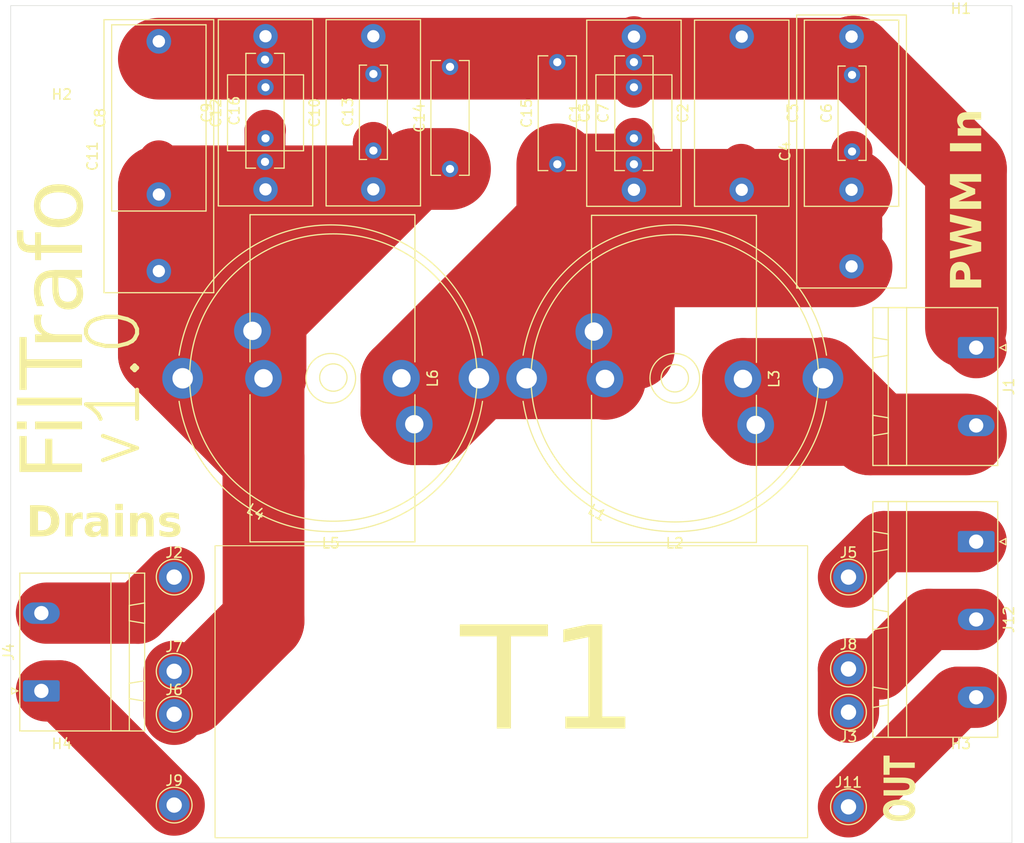
<source format=kicad_pcb>
(kicad_pcb
	(version 20240108)
	(generator "pcbnew")
	(generator_version "8.0")
	(general
		(thickness 1.6)
		(legacy_teardrops no)
	)
	(paper "A4")
	(layers
		(0 "F.Cu" signal)
		(31 "B.Cu" signal)
		(32 "B.Adhes" user "B.Adhesive")
		(33 "F.Adhes" user "F.Adhesive")
		(34 "B.Paste" user)
		(35 "F.Paste" user)
		(36 "B.SilkS" user "B.Silkscreen")
		(37 "F.SilkS" user "F.Silkscreen")
		(38 "B.Mask" user)
		(39 "F.Mask" user)
		(40 "Dwgs.User" user "User.Drawings")
		(41 "Cmts.User" user "User.Comments")
		(42 "Eco1.User" user "User.Eco1")
		(43 "Eco2.User" user "User.Eco2")
		(44 "Edge.Cuts" user)
		(45 "Margin" user)
		(46 "B.CrtYd" user "B.Courtyard")
		(47 "F.CrtYd" user "F.Courtyard")
		(48 "B.Fab" user)
		(49 "F.Fab" user)
		(50 "User.1" user)
		(51 "User.2" user)
		(52 "User.3" user)
		(53 "User.4" user)
		(54 "User.5" user)
		(55 "User.6" user)
		(56 "User.7" user)
		(57 "User.8" user)
		(58 "User.9" user)
	)
	(setup
		(pad_to_mask_clearance 0)
		(allow_soldermask_bridges_in_footprints no)
		(pcbplotparams
			(layerselection 0x0001000_7fffffff)
			(plot_on_all_layers_selection 0x0000000_00000000)
			(disableapertmacros no)
			(usegerberextensions no)
			(usegerberattributes yes)
			(usegerberadvancedattributes yes)
			(creategerberjobfile yes)
			(dashed_line_dash_ratio 12.000000)
			(dashed_line_gap_ratio 3.000000)
			(svgprecision 4)
			(plotframeref no)
			(viasonmask no)
			(mode 1)
			(useauxorigin no)
			(hpglpennumber 1)
			(hpglpenspeed 20)
			(hpglpendiameter 15.000000)
			(pdf_front_fp_property_popups yes)
			(pdf_back_fp_property_popups yes)
			(dxfpolygonmode yes)
			(dxfimperialunits yes)
			(dxfusepcbnewfont yes)
			(psnegative no)
			(psa4output no)
			(plotreference yes)
			(plotvalue yes)
			(plotfptext yes)
			(plotinvisibletext no)
			(sketchpadsonfab no)
			(subtractmaskfromsilk no)
			(outputformat 1)
			(mirror no)
			(drillshape 0)
			(scaleselection 1)
			(outputdirectory "fab")
		)
	)
	(net 0 "")
	(net 1 "GND")
	(net 2 "Net-(C1-Pad1)")
	(net 3 "Net-(J6-Pin_1)")
	(net 4 "Net-(J2-Pin_1)")
	(net 5 "Net-(J4-Pin_1)")
	(net 6 "Net-(J12-Pin_1)")
	(net 7 "Net-(J12-Pin_2)")
	(net 8 "Net-(J11-Pin_1)")
	(net 9 "Net-(J1-Pin_2)")
	(footprint "Inductor_THT:L_Radial_D27.9mm_P18.29mm_Vishay_IHB-3" (layer "F.Cu") (at 104.5 96.5 150))
	(footprint "TestPoint:TestPoint_THTPad_D3.0mm_Drill1.5mm" (layer "F.Cu") (at 81 111.47))
	(footprint "Inductor_THT:L_Toroid_Vertical_L31.8mm_W15.9mm_P13.50mm_Bourns_5700" (layer "F.Cu") (at 136.67 92.06 -90))
	(footprint "TestPoint:TestPoint_THTPad_D3.0mm_Drill1.5mm" (layer "F.Cu") (at 147 124.7 180))
	(footprint "Capacitor_THT:C_Rect_L11.0mm_W3.5mm_P10.00mm_MKT" (layer "F.Cu") (at 108 71.5 90))
	(footprint "MountingHole:MountingHole_3.2mm_M3" (layer "F.Cu") (at 158 132))
	(footprint "Inductor_THT:L_Radial_D29.8mm_P29.00mm_Murata_1400series" (layer "F.Cu") (at 110.83 92 180))
	(footprint "Capacitor_THT:C_Rect_L26.5mm_W10.5mm_P22.50mm_MKS4" (layer "F.Cu") (at 79.5 81.5 90))
	(footprint "Capacitor_THT:C_Rect_L18.0mm_W9.0mm_P15.00mm_FKS3_FKP3" (layer "F.Cu") (at 100.49 73.5 90))
	(footprint "Capacitor_THT:C_Rect_L11.0mm_W3.5mm_P10.00mm_MKT" (layer "F.Cu") (at 126 71.04 90))
	(footprint "Inductor_THT:L_Toroid_Vertical_L31.8mm_W15.9mm_P13.50mm_Bourns_5700" (layer "F.Cu") (at 103.245 92 -90))
	(footprint "TestPoint:TestPoint_THTPad_D3.0mm_Drill1.5mm" (layer "F.Cu") (at 81 124.91))
	(footprint "TestPoint:TestPoint_THTPad_D3.0mm_Drill1.5mm" (layer "F.Cu") (at 147 133.97))
	(footprint "Connector_Phoenix_GMSTB:PhoenixContact_GMSTBA_2,5_3-G-7,62_1x03_P7.62mm_Horizontal" (layer "F.Cu") (at 159.5 108 -90))
	(footprint "Capacitor_THT:C_Rect_L11.0mm_W3.5mm_P10.00mm_MKT" (layer "F.Cu") (at 118.5 71.04 90))
	(footprint "Capacitor_THT:C_Rect_L7.2mm_W7.2mm_P5.00mm_FKS2_FKP2_MKS2_MKP2" (layer "F.Cu") (at 89.94 68.5 90))
	(footprint "Capacitor_THT:C_Rect_L18.0mm_W9.0mm_P15.00mm_FKS3_FKP3" (layer "F.Cu") (at 126 73.54 90))
	(footprint "MountingHole:MountingHole_3.2mm_M3" (layer "F.Cu") (at 70 132))
	(footprint "Connector_Phoenix_GMSTB:PhoenixContact_GMSTBA_2,5_2-G-7,62_1x02_P7.62mm_Horizontal" (layer "F.Cu") (at 68 122.62 90))
	(footprint "Capacitor_THT:C_Rect_L7.2mm_W7.2mm_P5.00mm_FKS2_FKP2_MKS2_MKP2" (layer "F.Cu") (at 126 68.5 90))
	(footprint "TestPoint:TestPoint_THTPad_D3.0mm_Drill1.5mm" (layer "F.Cu") (at 147 120.47))
	(footprint "Connector_Phoenix_GMSTB:PhoenixContact_GMSTBA_2,5_2-G-7,62_1x02_P7.62mm_Horizontal" (layer "F.Cu") (at 159.5 89 -90))
	(footprint "Inductor_THT:L_Radial_D29.8mm_P29.00mm_Murata_1400series" (layer "F.Cu") (at 144.5 92 180))
	(footprint "TestPoint:TestPoint_THTPad_D3.0mm_Drill1.5mm" (layer "F.Cu") (at 81 120.7))
	(footprint "MountingHole:MountingHole_3.2mm_M3" (layer "F.Cu") (at 70 60 180))
	(footprint "TestPoint:TestPoint_THTPad_D3.0mm_Drill1.5mm" (layer "F.Cu") (at 147 111.47))
	(footprint "Inductor_THT:L_Radial_D27.9mm_P18.29mm_Vishay_IHB-3" (layer "F.Cu") (at 137.919802 96.5725 150))
	(footprint "Capacitor_THT:C_Rect_L9.0mm_W2.5mm_P7.50mm_MKT" (layer "F.Cu") (at 100.5 69.7 90))
	(footprint "Capacitor_THT:C_Rect_L18.0mm_W9.0mm_P15.00mm_FKS3_FKP3" (layer "F.Cu") (at 79.5 74 90))
	(footprint "Capacitor_THT:C_Rect_L26.5mm_W10.5mm_P22.50mm_MKS4" (layer "F.Cu") (at 147.3 81.04 90))
	(footprint "Capacitor_THT:C_Rect_L18.0mm_W9.0mm_P15.00mm_FKS3_FKP3" (layer "F.Cu") (at 147.3 73.54 90))
	(footprint "TestPoint:TestPoint_THTPad_D3.0mm_Drill1.5mm" (layer "F.Cu") (at 81 133.8))
	(footprint "MountingHole:MountingHole_3.2mm_M3" (layer "F.Cu") (at 158 60))
	(footprint "Capacitor_THT:C_Rect_L18.0mm_W9.0mm_P15.00mm_FKS3_FKP3" (layer "F.Cu") (at 89.94 73.5 90))
	(footprint "Capacitor_THT:C_Rect_L9.0mm_W2.5mm_P7.50mm_MKT" (layer "F.Cu") (at 147.35 69.79 90))
	(footprint "Capacitor_THT:C_Rect_L18.0mm_W9.0mm_P15.00mm_FKS3_FKP3" (layer "F.Cu") (at 136.55 73.54 90))
	(footprint "Capacitor_THT:C_Rect_L11.0mm_W3.5mm_P10.00mm_MKT" (layer "F.Cu") (at 89.89 70.8 90))
	(gr_rect
		(start 143 137)
		(end 85 108.4)
		(stroke
			(width 0.1)
			(type default)
		)
		(fill none)
		(layer "F.SilkS")
		(uuid "64fcec1c-527f-4b56-8412-2f8bd02775af")
	)
	(gr_rect
		(start 65 55.5)
		(end 163 137.5)
		(stroke
			(width 0.05)
			(type default)
		)
		(fill none)
		(layer "Edge.Cuts")
		(uuid "3af4f300-aa05-4ceb-9d0c-355ee90bb36b")
	)
	(gr_text "Drains"
		(at 66.5 108 0)
		(layer "F.SilkS")
		(uuid "177e7a77-c6a1-45c7-80c2-69113bf2d1d6")
		(effects
			(font
				(face "Antaris_ST_CF")
				(size 3 3)
				(thickness 0.5)
				(bold yes)
			)
			(justify left bottom)
		)
		(render_cache "Drains" 0
			(polygon
				(pts
					(xy 69.597976 106.083893) (xy 69.595742 105.912415) (xy 69.585686 105.735168) (xy 69.562777 105.558188)
					(xy 69.521984 105.387515) (xy 69.458275 105.229185) (xy 69.366619 105.089236) (xy 69.321004 105.039755)
					(xy 69.186876 104.938776) (xy 69.052117 104.880317) (xy 68.906397 104.843357) (xy 68.756645 104.823693)
					(xy 68.609787 104.817123) (xy 68.586078 104.817006) (xy 67.58517 104.817006) (xy 67.461626 104.899232)
					(xy 67.451081 104.951828) (xy 67.451081 105.124752) (xy 67.532998 105.249018) (xy 67.58517 105.259574)
					(xy 68.408025 105.259574) (xy 68.569418 105.26876) (xy 68.725445 105.304725) (xy 68.857858 105.380082)
					(xy 68.879902 105.40099) (xy 68.967973 105.522635) (xy 69.020794 105.668374) (xy 69.047292 105.82822)
					(xy 69.056395 105.992189) (xy 69.057222 106.083893) (xy 69.054051 106.245644) (xy 69.038587 106.408861)
					(xy 69.001901 106.56365) (xy 68.935065 106.700117) (xy 68.879902 106.766064) (xy 68.754401 106.851137)
					(xy 68.601637 106.89384) (xy 68.439857 106.907188) (xy 68.408025 106.90748) (xy 67.58517 106.90748)
					(xy 67.461626 106.989706) (xy 67.451081 107.042302) (xy 67.451081 107.215226) (xy 67.532998 107.338874)
					(xy 67.58517 107.349316) (xy 68.586078 107.349316) (xy 68.756645 107.342718) (xy 68.906397 107.323229)
					(xy 69.052117 107.286472) (xy 69.186876 107.228188) (xy 69.321004 107.127299) (xy 69.425248 106.996395)
					(xy 69.499532 106.844713) (xy 69.548888 106.678305) (xy 69.578347 106.503227) (xy 69.59294 106.325533)
					(xy 69.597699 106.151277)
				)
			)
			(polygon
				(pts
					(xy 66.70956 104.951828) (xy 66.70956 107.215226) (xy 66.793331 107.338359) (xy 66.844382 107.349316)
					(xy 67.116224 107.349316) (xy 67.239975 107.266162) (xy 67.251046 107.215226) (xy 67.251046 104.951828)
					(xy 67.167275 104.828077) (xy 67.116224 104.817006) (xy 66.844382 104.817006) (xy 66.720631 104.900777)
				)
			)
			(polygon
				(pts
					(xy 71.110327 105.333579) (xy 70.962312 105.337121) (xy 70.829692 105.347501) (xy 70.71544 105.44433)
					(xy 70.710258 105.481591) (xy 70.710258 105.671367) (xy 70.761549 105.77688) (xy 70.87732 105.801793)
					(xy 71.022885 105.778738) (xy 71.110327 105.775415) (xy 71.271581 105.78749) (xy 71.426796 105.829081)
					(xy 71.559203 105.90824) (xy 71.581472 105.929288) (xy 71.596127 105.944675) (xy 71.739801 105.980977)
					(xy 71.779309 105.95933) (xy 71.898682 105.864251) (xy 71.991067 105.790802) (xy 72.041625 105.690418)
					(xy 71.999127 105.587103) (xy 71.859233 105.486161) (xy 71.698521 105.415117) (xy 71.554191 105.375344)
					(xy 71.405109 105.350319) (xy 71.255684 105.337309)
				)
			)
			(polygon
				(pts
					(xy 70.103558 107.349316) (xy 70.375401 107.349316) (xy 70.499152 107.266162) (xy 70.510223 107.215226)
					(xy 70.510223 105.467669) (xy 70.426451 105.344536) (xy 70.375401 105.333579) (xy 70.103558 105.333579)
					(xy 69.979807 105.416733) (xy 69.968736 105.467669) (xy 69.968736 107.215226) (xy 70.052508 107.338359)
				)
			)
			(polygon
				(pts
					(xy 73.47411 107.349316) (xy 73.632845 107.347539) (xy 73.784052 107.340399) (xy 73.872714 107.332463)
					(xy 73.986966 107.235634) (xy 73.992149 107.198374) (xy 73.992149 107.008597) (xy 73.940858 106.903084)
					(xy 73.826552 106.878171) (xy 73.673193 106.901047) (xy 73.517624 106.907303) (xy 73.47411 106.90748)
					(xy 73.325956 106.901357) (xy 73.178532 106.882393) (xy 73.046196 106.853258) (xy 72.9547 106.737408)
					(xy 72.954605 106.731625) (xy 73.010454 106.59338) (xy 73.092358 106.549176) (xy 73.245473 106.519402)
					(xy 73.401603 106.507109) (xy 73.47411 106.505945) (xy 73.857327 106.505945) (xy 73.981593 106.423719)
					(xy 73.992149 106.371123) (xy 73.992149 106.297117) (xy 73.909923 106.172851) (xy 73.857327 106.162295)
					(xy 73.47411 106.162295) (xy 73.308335 106.167333) (xy 73.142132 106.183245) (xy 72.977389 106.211227)
					(xy 72.815992 106.252475) (xy 72.725994 106.282463) (xy 72.596427 106.353057) (xy 72.487939 106.470731)
					(xy 72.425604 106.619682) (xy 72.413119 106.731625) (xy 72.432498 106.880717) (xy 72.498927 107.031359)
					(xy 72.607387 107.153562) (xy 72.732502 107.231112) (xy 72.772889 107.247466) (xy 72.921878 107.292532)
					(xy 73.075108 107.322669) (xy 73.230508 107.340406) (xy 73.386006 107.348275)
				)
			)
			(polygon
				(pts
					(xy 74.732937 106.333754) (xy 74.726333 106.16525) (xy 74.706802 106.017916) (xy 74.669941 105.874755)
					(xy 74.599311 105.721668) (xy 74.510188 105.609818) (xy 74.380118 105.505623) (xy 74.229508 105.431461)
					(xy 74.064327 105.382267) (xy 73.890546 105.352977) (xy 73.714135 105.338525) (xy 73.541065 105.333848)
					(xy 73.47411 105.333579) (xy 73.321576 105.339705) (xy 73.168837 105.358401) (xy 73.018158 105.390148)
					(xy 72.871807 105.435429) (xy 72.72899 105.512918) (xy 72.61679 105.626525) (xy 72.541781 105.769004)
					(xy 72.531821 105.800327) (xy 72.555268 105.916831) (xy 72.662247 105.968122) (xy 72.943614 105.968122)
					(xy 73.065247 105.892651) (xy 73.145115 105.827438) (xy 73.288227 105.794715) (xy 73.443012 105.776035)
					(xy 73.47411 105.775415) (xy 73.63602 105.779124) (xy 73.797793 105.797946) (xy 73.946651 105.843421)
					(xy 74.069818 105.92709) (xy 74.153293 106.058916) (xy 74.185962 106.207201) (xy 74.192184 106.333754)
					(xy 74.192184 107.215226) (xy 74.27441 107.338874) (xy 74.327006 107.349316) (xy 74.598848 107.349316)
					(xy 74.722496 107.267708) (xy 74.732937 107.215226)
				)
			)
			(polygon
				(pts
					(xy 75.23852 107.349316) (xy 75.510362 107.349316) (xy 75.634113 107.266162) (xy 75.645184 107.215226)
					(xy 75.645184 105.467669) (xy 75.561413 105.344536) (xy 75.510362 105.333579) (xy 75.23852 105.333579)
					(xy 75.114769 105.416733) (xy 75.103698 105.467669) (xy 75.103698 107.215226) (xy 75.18747 107.338359)
				)
			)
			(polygon
				(pts
					(xy 75.23852 105.071995) (xy 75.510362 105.071995) (xy 75.634113 104.988224) (xy 75.645184 104.937173)
					(xy 75.645184 104.764249) (xy 75.561413 104.641117) (xy 75.510362 104.63016) (xy 75.23852 104.63016)
					(xy 75.114769 104.713313) (xy 75.103698 104.764249) (xy 75.103698 104.937173) (xy 75.18747 105.060924)
				)
			)
			(polygon
				(pts
					(xy 78.337962 106.342547) (xy 78.332884 106.17334) (xy 78.316323 106.024064) (xy 78.282924 105.878459)
					(xy 78.215642 105.722814) (xy 78.127669 105.609818) (xy 78.008199 105.512225) (xy 77.870348 105.440227)
					(xy 77.719349 105.390119) (xy 77.560434 105.358193) (xy 77.398835 105.340744) (xy 77.239786 105.334065)
					(xy 77.178053 105.333579) (xy 77.031232 105.336327) (xy 76.880565 105.346769) (xy 76.764857 105.44387)
					(xy 76.759665 105.480858) (xy 76.759665 105.669169) (xy 76.810223 105.774682) (xy 76.923796 105.800327)
					(xy 77.075457 105.779024) (xy 77.178053 105.775415) (xy 77.33456 105.783853) (xy 77.487916 105.815103)
					(xy 77.623841 105.878064) (xy 77.686566 105.93002) (xy 77.76601 106.064024) (xy 77.793122 106.214989)
					(xy 77.797208 106.342547) (xy 77.797208 107.215226) (xy 77.879434 107.338874) (xy 77.93203 107.349316)
					(xy 78.203872 107.349316) (xy 78.32752 107.267708) (xy 78.337962 107.215226)
				)
			)
			(polygon
				(pts
					(xy 76.152965 107.349316) (xy 76.424808 107.349316) (xy 76.548559 107.266162) (xy 76.55963 107.215226)
					(xy 76.55963 105.467669) (xy 76.475858 105.344536) (xy 76.424808 105.333579) (xy 76.152965 105.333579)
					(xy 76.029214 105.416733) (xy 76.018143 105.467669) (xy 76.018143 107.215226) (xy 76.101915 107.338359)
				)
			)
			(polygon
				(pts
					(xy 78.858932 106.708911) (xy 78.751221 106.763866) (xy 78.729239 106.8833) (xy 78.787041 107.019364)
					(xy 78.888551 107.143508) (xy 79.022824 107.232836) (xy 79.068492 107.251863) (xy 79.22167 107.297384)
					(xy 79.379303 107.327158) (xy 79.539239 107.344217) (xy 79.628297 107.349316) (xy 79.727215 107.312679)
					(xy 79.768981 107.215226) (xy 79.768981 107.039371) (xy 79.686873 106.915807) (xy 79.642951 106.905282)
					(xy 79.490727 106.888521) (xy 79.3418 106.856922) (xy 79.261933 106.788046) (xy 79.1403 106.708911)
				)
			)
			(polygon
				(pts
					(xy 79.068492 106.450258) (xy 79.213893 106.49394) (xy 79.363071 106.523055) (xy 79.514547 106.540501)
					(xy 79.666845 106.549176) (xy 79.818486 106.551977) (xy 79.868632 106.552107) (xy 80.018826 106.554846)
					(xy 80.168096 106.56567) (xy 80.315172 106.588491) (xy 80.395464 106.607794) (xy 80.487691 106.726438)
					(xy 80.487787 106.732358) (xy 80.40095 106.855327) (xy 80.395464 106.856922) (xy 80.246536 106.888521)
					(xy 80.094312 106.905282) (xy 79.976408 106.995036) (xy 79.969016 107.039371) (xy 79.969016 107.215226)
					(xy 80.010781 107.312679) (xy 80.108967 107.349316) (xy 80.269698 107.33801) (xy 80.428973 107.315675)
					(xy 80.584641 107.279276) (xy 80.668771 107.251863) (xy 80.801226 107.183125) (xy 80.919347 107.068895)
					(xy 80.996792 106.923659) (xy 81.026924 106.776921) (xy 81.028541 106.732358) (xy 81.009161 106.581056)
					(xy 80.942733 106.429219) (xy 80.834273 106.306715) (xy 80.709157 106.229201) (xy 80.668771 106.212854)
					(xy 80.523643 106.168831) (xy 80.374515 106.139502) (xy 80.222953 106.121939) (xy 80.070521 106.113214)
					(xy 79.918785 106.110401) (xy 79.868632 106.110272) (xy 79.718882 106.107723) (xy 79.569708 106.097535)
					(xy 79.422382 106.075892) (xy 79.3418 106.057515) (xy 79.250209 105.941011) (xy 79.3418 105.823775)
					(xy 79.490727 105.793275) (xy 79.642951 105.777613) (xy 79.761498 105.687859) (xy 79.768981 105.643524)
					(xy 79.768981 105.467669) (xy 79.727215 105.370216) (xy 79.628297 105.333579) (xy 79.46801 105.344885)
					(xy 79.308831 105.36722) (xy 79.152913 105.403619) (xy 79.068492 105.431032) (xy 78.936037 105.49967)
					(xy 78.817917 105.613019) (xy 78.740472 105.755699) (xy 78.709129 105.919468) (xy 78.708722 105.941011)
					(xy 78.728102 106.086653) (xy 78.79453 106.235139) (xy 78.90299 106.3565) (xy 79.028106 106.433905)
				)
			)
			(polygon
				(pts
					(xy 80.879064 105.964459) (xy 80.986043 105.912435) (xy 81.008757 105.795931) (xy 80.942448 105.648546)
					(xy 80.837203 105.528585) (xy 80.699597 105.443293) (xy 80.668771 105.431032) (xy 80.516038 105.385511)
					(xy 80.358502 105.355737) (xy 80.198314 105.338679) (xy 80.108967 105.333579) (xy 80.010781 105.370216)
					(xy 79.969016 105.467669) (xy 79.969016 105.643524) (xy 80.05048 105.767088) (xy 80.094312 105.777613)
					(xy 80.246536 105.793275) (xy 80.395464 105.823775) (xy 80.475331 105.888988) (xy 80.597697 105.964459)
				)
			)
		)
	)
	(gr_text "OUT"
		(at 154 135.5 90)
		(layer "F.SilkS")
		(uuid "63d17dba-6709-4e7a-bd35-ef9c7c618c8e")
		(effects
			(font
				(face "Antaris_ST_CF")
				(size 3 2)
				(thickness 0.5)
				(bold yes)
			)
			(justify left bottom)
		)
		(render_cache "OUT" 90
			(polygon
				(pts
					(xy 150.817739 134.155687) (xy 150.855108 134.220655) (xy 150.951828 134.248499) (xy 151.12695 134.248499)
					(xy 151.251533 134.193528) (xy 151.261772 134.163991) (xy 151.276462 134.06122) (xy 151.305543 133.962245)
					(xy 151.362717 133.858107) (xy 151.452468 133.768371) (xy 151.480858 133.748778) (xy 151.606189 133.688885)
					(xy 151.756455 133.652852) (xy 151.919499 133.635228) (xy 152.083161 133.630565) (xy 152.247235 133.635228)
					(xy 152.410416 133.652852) (xy 152.560545 133.688885) (xy 152.685464 133.748778) (xy 152.784931 133.834126)
					(xy 152.849778 133.935136) (xy 152.88395 134.032407) (xy 152.902266 134.134438) (xy 152.905282 134.163991)
					(xy 152.995303 134.243506) (xy 153.040104 134.248499) (xy 153.215226 134.248499) (xy 153.311946 134.220655)
					(xy 153.349316 134.155687) (xy 153.338953 134.035388) (xy 153.317895 133.914951) (xy 153.282634 133.797171)
					(xy 153.229668 133.684842) (xy 153.155489 133.58076) (xy 153.056594 133.48772) (xy 153.00933 133.454221)
					(xy 152.892947 133.391278) (xy 152.758716 133.343975) (xy 152.611653 133.310275) (xy 152.456771 133.288146)
					(xy 152.299085 133.275551) (xy 152.143609 133.270456) (xy 152.083161 133.270062) (xy 151.930266 133.272727)
					(xy 151.773064 133.282078) (xy 151.616587 133.300149) (xy 151.465866 133.328976) (xy 151.325931 133.370594)
					(xy 151.201815 133.427037) (xy 151.157725 133.454221) (xy 151.047961 133.542062) (xy 150.964316 133.642063)
					(xy 150.903285 133.751429) (xy 150.861363 133.867364) (xy 150.835044 133.987074) (xy 150.820824 134.107763)
				)
			)
			(polygon
				(pts
					(xy 152.083161 135.360293) (xy 152.236348 135.357626) (xy 152.393752 135.348262) (xy 152.550357 135.330155)
					(xy 152.70115 135.301259) (xy 152.841115 135.259528) (xy 152.965239 135.202915) (xy 153.00933 135.175645)
					(xy 153.119093 135.087999) (xy 153.202738 134.988133) (xy 153.263769 134.878853) (xy 153.305691 134.762965)
					(xy 153.33201 134.643276) (xy 153.34623 134.522592) (xy 153.349316 134.474668) (xy 153.311946 134.409211)
					(xy 153.215226 134.381856) (xy 153.040104 134.381856) (xy 152.915522 134.436827) (xy 152.905282 134.466364)
					(xy 152.890577 134.56908) (xy 152.861388 134.667952) (xy 152.803861 134.772032) (xy 152.713378 134.861903)
					(xy 152.684731 134.881577) (xy 152.560236 134.941393) (xy 152.410324 134.977259) (xy 152.247223 134.994714)
					(xy 152.083161 134.999302) (xy 151.91951 134.994714) (xy 151.756547 134.977259) (xy 151.606498 134.941393)
					(xy 151.481591 134.881577) (xy 151.382123 134.796023) (xy 151.317276 134.695036) (xy 151.283104 134.597865)
					(xy 151.264788 134.495912) (xy 151.261772 134.466364) (xy 151.171751 134.386849) (xy 151.12695 134.381856)
					(xy 150.951828 134.381856) (xy 150.855108 134.409211) (xy 150.817739 134.474668) (xy 150.828101 134.594965)
					(xy 150.849159 134.715389) (xy 150.88442 134.833134) (xy 150.937386 134.945394) (xy 151.011565 135.049362)
					(xy 151.110461 135.142233) (xy 151.157725 135.175645) (xy 151.274105 135.238783) (xy 151.408316 135.286222)
					(xy 151.555326 135.320006) (xy 151.710105 135.342183) (xy 151.86762 135.354799) (xy 152.022842 135.359899)
				)
			)
			(polygon
				(pts
					(xy 152.187208 131.097766) (xy 150.953293 131.097766) (xy 150.827688 131.152584) (xy 150.817006 131.187648)
					(xy 150.817006 131.368876) (xy 150.900159 131.451377) (xy 150.953293 131.458269) (xy 152.187208 131.458269)
					(xy 152.349053 131.463583) (xy 152.508007 131.48409) (xy 152.649008 131.526636) (xy 152.71404 131.562316)
					(xy 152.806542 131.643762) (xy 152.864485 131.74093) (xy 152.896085 131.848211) (xy 152.905282 131.910118)
					(xy 152.995036 131.988721) (xy 153.039371 131.993649) (xy 153.215226 131.993649) (xy 153.311946 131.966294)
					(xy 153.349316 131.900837) (xy 153.339193 131.791957) (xy 153.319165 131.683126) (xy 153.286197 131.576826)
					(xy 153.237253 131.47554) (xy 153.169297 131.381749) (xy 153.079295 131.297935) (xy 153.036441 131.267759)
					(xy 152.906058 131.19983) (xy 152.753506 131.152149) (xy 152.586753 131.121468) (xy 152.41377 131.104544)
					(xy 152.242526 131.09813)
				)
			)
			(polygon
				(pts
					(xy 153.349316 132.220307) (xy 153.311946 132.154849) (xy 153.215226 132.127494) (xy 153.039371 132.127494)
					(xy 152.915807 132.181804) (xy 152.905282 132.211025) (xy 152.887971 132.30947) (xy 152.848503 132.414004)
					(xy 152.779953 132.506554) (xy 152.71404 132.558827) (xy 152.589521 132.616482) (xy 152.438682 132.648192)
					(xy 152.276583 132.660934) (xy 152.187208 132.662386) (xy 150.953293 132.662386) (xy 150.827688 132.717203)
					(xy 150.817006 132.752267) (xy 150.817006 132.933496) (xy 150.900159 133.01634) (xy 150.953293 133.023377)
					(xy 152.187208 133.023377) (xy 152.356102 133.019745) (xy 152.529391 133.006685) (xy 152.699106 132.98095)
					(xy 152.857277 132.939296) (xy 152.995935 132.878477) (xy 153.036441 132.853384) (xy 153.136112 132.774257)
					(xy 153.212522 132.684159) (xy 153.268706 132.585573) (xy 153.3077 132.48098) (xy 153.33254 132.372864)
					(xy 153.346261 132.263706)
				)
			)
			(polygon
				(pts
					(xy 153.214494 130.150593) (xy 153.338245 130.094745) (xy 153.349316 130.060711) (xy 153.349316 129.879483)
					(xy 153.265544 129.796982) (xy 153.214494 129.789602) (xy 151.597362 129.789602) (xy 151.472889 129.845449)
					(xy 151.461807 129.879483) (xy 151.461807 130.060711) (xy 151.545887 130.143212) (xy 151.597362 130.150593)
				)
			)
			(polygon
				(pts
					(xy 151.124752 130.850593) (xy 151.248503 130.794745) (xy 151.259574 130.760711) (xy 151.259574 129.179483)
					(xy 151.175802 129.096982) (xy 151.124752 129.089602) (xy 150.951828 129.089602) (xy 150.828077 129.145449)
					(xy 150.817006 129.179483) (xy 150.817006 130.760711) (xy 150.900777 130.843212) (xy 150.951828 130.850593)
				)
			)
		)
	)
	(gr_text "v1.0"
		(at 78 101 90)
		(layer "F.SilkS")
		(uuid "77dc9f7a-4b8d-4507-b9a0-e5df8ffbb429")
		(effects
			(font
				(size 5 5)
				(thickness 0.4)
			)
			(justify left bottom)
		)
	)
	(gr_text "PWM In"
		(at 160.5 83.5 90)
		(layer "F.SilkS")
		(uuid "9358c35b-ba3f-4390-a6c5-48413722dca0")
		(effects
			(font
				(face "Antaris_ST_CF")
				(size 3 3)
				(thickness 0.5)
				(bold yes)
			)
			(justify left bottom)
		)
		(render_cache "PWM In" 90
			(polygon
				(pts
					(xy 157.317006 81.7224) (xy 157.317006 82.414829) (xy 157.399232 82.538373) (xy 157.451828 82.548918)
					(xy 157.624752 82.548918) (xy 157.749018 82.467001) (xy 157.759574 82.414829) (xy 157.759574 81.7224)
					(xy 157.764583 81.571398) (xy 157.791058 81.424743) (xy 157.865472 81.290542) (xy 157.875345 81.280565)
					(xy 158.005629 81.209768) (xy 158.153483 81.190864) (xy 158.185289 81.190439) (xy 158.333642 81.20272)
					(xy 158.472593 81.260904) (xy 158.494501 81.280565) (xy 158.574298 81.41103) (xy 158.603865 81.556232)
					(xy 158.610247 81.707632) (xy 158.610272 81.7224) (xy 158.610272 82.414829) (xy 158.692498 82.538373)
					(xy 158.745094 82.548918) (xy 158.918018 82.548918) (xy 159.041666 82.467001) (xy 159.052107 82.414829)
					(xy 159.052107 81.7224) (xy 159.049233 81.548303) (xy 159.038944 81.398306) (xy 159.016844 81.249332)
					(xy 158.978591 81.10653) (xy 158.905249 80.950563) (xy 158.816168 80.839462) (xy 158.682972 80.743234)
					(xy 158.544632 80.690603) (xy 158.396076 80.661408) (xy 158.246967 80.649898) (xy 158.185289 80.648953)
					(xy 158.038519 80.654645) (xy 157.888323 80.675556) (xy 157.744321 80.717439) (xy 157.599668 80.798364)
					(xy 157.553677 80.839462) (xy 157.449937 80.975048) (xy 157.381871 81.13435) (xy 157.347027 81.278798)
					(xy 157.327475 81.428388) (xy 157.318905 81.577972)
				)
			)
			(polygon
				(pts
					(xy 157.317006 82.883775) (xy 157.317006 83.155617) (xy 157.400777 83.279368) (xy 157.451828 83.290439)
					(xy 159.713761 83.290439) (xy 159.838233 83.206668) (xy 159.849316 83.155617) (xy 159.849316 82.883775)
					(xy 159.765235 82.760024) (xy 159.713761 82.748953) (xy 157.451828 82.748953) (xy 157.328077 82.832724)
				)
			)
			(polygon
				(pts
					(xy 157.424717 77.682868) (xy 158.595617 77.921737) (xy 158.670355 77.916608) (xy 159.153956 77.737822)
					(xy 159.241334 77.616235) (xy 159.233824 77.564898) (xy 159.134173 77.479902) (xy 157.479672 77.142114)
					(xy 157.341289 77.198477) (xy 157.320669 77.245429) (xy 157.317006 77.274005) (xy 157.317006 77.550976)
					(xy 157.397599 77.673815)
				)
			)
			(polygon
				(pts
					(xy 159.849316 77.888032) (xy 159.765544 77.764281) (xy 159.714494 77.75321) (xy 159.667599 77.76127)
					(xy 157.803538 78.450767) (xy 157.714988 78.572447) (xy 157.714877 78.577529) (xy 157.714877 78.836182)
					(xy 157.798835 78.960392) (xy 157.803538 78.962212) (xy 158.613935 79.26263) (xy 158.688674 79.267759)
					(xy 159.009609 79.202547) (xy 159.114606 79.095488) (xy 159.115122 79.042812) (xy 159.029392 78.944626)
					(xy 158.386789 78.706489) (xy 159.761388 78.198709) (xy 159.849209 78.077025) (xy 159.849316 78.071946)
				)
			)
			(polygon
				(pts
					(xy 159.849316 79.400383) (xy 159.765544 79.276632) (xy 159.714494 79.265561) (xy 159.687383 79.268492)
					(xy 157.42545 79.730844) (xy 157.320408 79.833826) (xy 157.317006 79.862002) (xy 157.317006 80.139706)
					(xy 157.401396 80.263457) (xy 157.452561 80.274528) (xy 157.479672 80.271598) (xy 159.741605 79.809246)
					(xy 159.846007 79.706264) (xy 159.849316 79.678087)
				)
			)
			(polygon
				(pts
					(xy 159.849316 74.041207) (xy 159.849316 73.768632) (xy 159.765544 73.644881) (xy 159.714494 73.63381)
					(xy 159.699839 73.634542) (xy 157.439371 73.858757) (xy 157.324614 73.950437) (xy 157.317006 73.992847)
					(xy 157.317006 74.266154) (xy 157.401396 74.389905) (xy 157.452561 74.400976) (xy 157.467215 74.400244)
					(xy 159.727683 74.175296) (xy 159.843742 74.077567)
				)
			)
			(polygon
				(pts
					(xy 158.078311 74.789323) (xy 158.890907 75.201116) (xy 157.391011 75.961688) (xy 157.317006 76.081856)
					(xy 157.317006 76.276029) (xy 157.401396 76.399265) (xy 157.452561 76.410118) (xy 157.51411 76.395464)
					(xy 159.377438 75.450976) (xy 159.452177 75.330809) (xy 159.452177 75.072156) (xy 159.377438 74.951256)
					(xy 158.521612 74.51748) (xy 158.447606 74.503558) (xy 158.127404 74.535799) (xy 158.011999 74.631007)
					(xy 158.005771 74.683077)
				)
			)
			(polygon
				(pts
					(xy 158.564842 76.111898) (xy 158.490837 76.125087) (xy 158.040209 76.353698) (xy 157.967257 76.484971)
					(xy 157.980858 76.535415) (xy 158.087836 76.607955) (xy 159.701304 76.768422) (xy 159.832783 76.697325)
					(xy 159.849316 76.646789) (xy 159.849316 76.634333) (xy 159.849316 76.361025) (xy 159.763396 76.236108)
					(xy 159.727683 76.226936)
				)
			)
			(polygon
				(pts
					(xy 159.849316 71.596824) (xy 159.765544 71.473073) (xy 159.714494 71.462002) (xy 157.452561 71.462002)
					(xy 157.328191 71.545774) (xy 157.317006 71.596824) (xy 157.317006 71.868667) (xy 157.401396 71.992418)
					(xy 157.452561 72.003489) (xy 159.714494 72.003489) (xy 159.838245 71.919717) (xy 159.849316 71.868667)
				)
			)
			(polygon
				(pts
					(xy 158.842547 68.769225) (xy 158.67334 68.774302) (xy 158.524064 68.790864) (xy 158.378459 68.824262)
					(xy 158.222814 68.891544) (xy 158.109818 68.979518) (xy 158.012225 69.098988) (xy 157.940227 69.236839)
					(xy 157.890119 69.387838) (xy 157.858193 69.546753) (xy 157.840744 69.708351) (xy 157.834065 69.8674)
					(xy 157.833579 69.929134) (xy 157.836327 70.075955) (xy 157.846769 70.226622) (xy 157.94387 70.34233)
					(xy 157.980858 70.347522) (xy 158.169169 70.347522) (xy 158.274682 70.296964) (xy 158.300327 70.183391)
					(xy 158.279024 70.03173) (xy 158.275415 69.929134) (xy 158.283853 69.772627) (xy 158.315103 69.619271)
					(xy 158.378064 69.483346) (xy 158.43002 69.420621) (xy 158.564024 69.341177) (xy 158.714989 69.314065)
					(xy 158.842547 69.309979) (xy 159.715226 69.309979) (xy 159.838874 69.227753) (xy 159.849316 69.175157)
					(xy 159.849316 68.903314) (xy 159.767708 68.779666) (xy 159.715226 68.769225)
				)
			)
			(polygon
				(pts
					(xy 159.849316 70.954221) (xy 159.849316 70.682379) (xy 159.766162 70.558628) (xy 159.715226 70.547557)
					(xy 157.967669 70.547557) (xy 157.844536 70.631329) (xy 157.833579 70.682379) (xy 157.833579 70.954221)
					(xy 157.916733 71.077972) (xy 157.967669 71.089043) (xy 159.715226 71.089043) (xy 159.838359 71.005272)
				)
			)
		)
	)
	(gr_text "T1"
		(at 109 128 0)
		(layer "F.SilkS")
		(uuid "c35f2d00-43f3-4f81-b843-9ec68fd790b0")
		(effects
			(font
				(face "BroshK")
				(size 10 10)
				(thickness 1)
			)
			(justify left bottom)
		)
		(render_cache "T1" 0
			(polygon
				(pts
					(xy 112.75157 120.714166) (xy 111.04187 120.714166) (xy 111.04187 126.3) (xy 112.75157 126.3)
				)
			)
			(polygon
				(pts
					(xy 109.083042 120.504117) (xy 114.683531 120.504117) (xy 114.683531 118.950732) (xy 109.083042 118.950732)
				)
			)
			(polygon
				(pts
					(xy 117.199232 118.950732) (xy 115.855896 118.950732) (xy 115.727916 119.441857) (xy 115.390189 119.799977)
					(xy 114.912034 119.966508) (xy 114.805652 119.971667) (xy 114.805652 121.485973) (xy 115.40202 121.406116)
					(xy 115.944151 121.17985) (xy 116.412871 120.827131) (xy 116.789004 120.367918) (xy 117.053377 119.822167)
					(xy 117.171522 119.336671)
				)
			)
			(polygon
				(pts
					(xy 115.518841 121.595882) (xy 115.518841 126.3) (xy 117.199232 126.3) (xy 117.199232 120.027843)
					(xy 116.954834 120.498461) (xy 116.63251 120.908268) (xy 116.242691 121.244838) (xy 115.795809 121.495747)
				)
			)
		)
	)
	(gr_text "FilTrafo"
		(at 73 102 90)
		(layer "F.SilkS")
		(uuid "d64e7947-a546-4160-8a77-89b7897f0ba0")
		(effects
			(font
				(face "Antaris_ST_CF")
				(size 6 6)
				(thickness 0.5)
			)
			(justify left bottom)
		)
		(render_cache "FilTrafo" 90
			(polygon
				(pts
					(xy 69.359762 97.874738) (xy 69.013914 97.874738) (xy 68.793763 98.0747) (xy 68.79263 98.097487)
					(xy 68.79263 99.876552) (xy 68.991143 100.096687) (xy 69.013914 100.097836) (xy 69.359762 100.097836)
					(xy 69.581363 99.899082) (xy 69.582512 99.876552) (xy 69.582512 98.097487) (xy 69.38255 97.875887)
				)
			)
			(polygon
				(pts
					(xy 66.727801 97.108304) (xy 66.727801 99.876552) (xy 66.927763 100.096687) (xy 66.950551 100.097836)
					(xy 67.296399 100.097836) (xy 67.517999 99.899082) (xy 67.519148 99.876552) (xy 67.519148 97.108304)
					(xy 67.319186 96.886703) (xy 67.296399 96.885554) (xy 66.950551 96.885554) (xy 66.72895 97.085516)
				)
			)
			(polygon
				(pts
					(xy 66.950551 100.591695) (xy 66.72895 100.791657) (xy 66.727801 100.814445) (xy 66.727801 101.358129)
					(xy 66.927763 101.57973) (xy 66.950551 101.580879) (xy 71.472951 101.580879) (xy 71.697466 101.380917)
					(xy 71.698632 101.358129) (xy 71.698632 100.814445) (xy 71.496013 100.592844) (xy 71.472951 100.591695)
				)
			)
			(polygon
				(pts
					(xy 71.698632 95.824563) (xy 71.698632 95.280879) (xy 71.500119 95.059278) (xy 71.477348 95.058129)
					(xy 67.982233 95.058129) (xy 67.762081 95.258091) (xy 67.760949 95.280879) (xy 67.760949 95.824563)
					(xy 67.959461 96.046164) (xy 67.982233 96.047313) (xy 71.477348 96.047313) (xy 71.697499 95.847351)
				)
			)
			(polygon
				(pts
					(xy 67.143991 95.824563) (xy 67.143991 95.280879) (xy 66.944029 95.059278) (xy 66.921242 95.058129)
					(xy 66.575394 95.058129) (xy 66.355242 95.258091) (xy 66.35411 95.280879) (xy 66.35411 95.824563)
					(xy 66.552623 96.046164) (xy 66.575394 96.047313) (xy 66.921242 96.047313) (xy 67.142842 95.847351)
				)
			)
			(polygon
				(pts
					(xy 69.893189 93.229239) (xy 66.575394 93.229239) (xy 66.353713 93.427993) (xy 66.352644 93.451988)
					(xy 66.352644 93.995673) (xy 66.551399 94.217354) (xy 66.575394 94.218422) (xy 69.89905 94.218422)
					(xy 70.206567 94.206751) (xy 70.518357 94.16376) (xy 70.815552 94.077485) (xy 71.079284 93.935961)
					(xy 71.207704 93.82568) (xy 71.392983 93.594279) (xy 71.524818 93.326017) (xy 71.61223 93.031256)
					(xy 71.664242 92.720362) (xy 71.689877 92.403698) (xy 71.698158 92.09163) (xy 71.698632 91.970411)
					(xy 71.501326 91.74873) (xy 71.477348 91.747662) (xy 71.130034 91.747662) (xy 70.908869 91.941103)
					(xy 70.907285 91.964549) (xy 70.898124 92.280123) (xy 70.850687 92.595936) (xy 70.735046 92.878147)
					(xy 70.630314 93.007955) (xy 70.36277 93.167179) (xy 70.066245 93.222814)
				)
			)
			(polygon
				(pts
					(xy 71.475882 88.812351) (xy 71.697483 88.612389) (xy 71.698632 88.589602) (xy 71.698632 88.045917)
					(xy 71.49867 87.824317) (xy 71.475882 87.823168) (xy 68.241618 87.823168) (xy 68.018553 88.02313)
					(xy 68.017404 88.045917) (xy 68.017404 88.589602) (xy 68.218573 88.811202) (xy 68.241618 88.812351)
				)
			)
			(polygon
				(pts
					(xy 67.296399 90.912351) (xy 67.517999 90.712389) (xy 67.519148 90.689602) (xy 67.519148 85.945917)
					(xy 67.319186 85.724317) (xy 67.296399 85.723168) (xy 66.950551 85.723168) (xy 66.72895 85.92313)
					(xy 66.727801 85.945917) (xy 66.727801 90.689602) (xy 66.927763 90.911202) (xy 66.950551 90.912351)
				)
			)
			(polygon
				(pts
					(xy 67.760949 82.644242) (xy 67.768031 82.937718) (xy 67.788792 83.199651) (xy 68.010076 83.397487)
					(xy 68.38963 83.397487) (xy 68.564019 83.312491) (xy 68.605052 83.121981) (xy 68.557553 82.822321)
					(xy 68.55083 82.644242) (xy 68.57125 82.347332) (xy 68.640465 82.053659) (xy 68.770408 81.790807)
					(xy 68.87323 81.668248) (xy 68.904005 81.638939) (xy 68.935809 81.344736) (xy 68.928918 81.335589)
					(xy 68.738761 81.096842) (xy 68.591863 80.912072) (xy 68.426266 80.828541) (xy 68.254808 80.898883)
					(xy 68.05795 81.171594) (xy 67.919516 81.485515) (xy 67.830231 81.826214) (xy 67.786683 82.120172)
					(xy 67.765459 82.414352)
				)
			)
			(polygon
				(pts
					(xy 71.698632 84.65778) (xy 71.698632 84.114096) (xy 71.500119 83.892496) (xy 71.477348 83.891346)
					(xy 67.982233 83.891346) (xy 67.762081 84.091308) (xy 67.760949 84.114096) (xy 67.760949 84.65778)
					(xy 67.959461 84.879381) (xy 67.982233 84.88053) (xy 71.477348 84.88053) (xy 71.697499 84.680568)
				)
			)
			(polygon
				(pts
					(xy 71.698632 77.916678) (xy 71.695079 77.600462) (xy 71.680799 77.300763) (xy 71.664926 77.125331)
					(xy 71.443642 76.927494) (xy 71.064089 76.927494) (xy 70.889699 77.012491) (xy 70.848667 77.201535)
					(xy 70.893655 77.491565) (xy 70.907852 77.785086) (xy 70.90875 77.916678) (xy 70.896445 78.21681)
					(xy 70.8581 78.51613) (xy 70.798841 78.784228) (xy 70.58589 78.993984) (xy 70.510146 79.002581)
					(xy 70.224249 78.897384) (xy 70.099818 78.691905) (xy 70.042373 78.404243) (xy 70.01615 78.11179)
					(xy 70.011891 77.916678) (xy 70.011891 77.150244) (xy 69.813136 76.928563) (xy 69.789141 76.927494)
					(xy 69.64113 76.927494) (xy 69.419449 77.126249) (xy 69.418381 77.150244) (xy 69.418381 77.916678)
					(xy 69.428261 78.245571) (xy 69.459561 78.574279) (xy 69.514764 78.899675) (xy 69.596356 79.218628)
					(xy 69.655785 79.396789) (xy 69.811544 79.672476) (xy 70.041267 79.869047) (xy 70.329892 79.975549)
					(xy 70.510146 79.991765) (xy 70.836142 79.944321) (xy 71.117761 79.80785) (xy 71.342503 79.591146)
					(xy 71.497864 79.303) (xy 71.586463 79.009181) (xy 71.645859 78.707078) (xy 71.680931 78.400189)
					(xy 71.696557 78.092012)
				)
			)
			(polygon
				(pts
					(xy 69.714403 75.445917) (xy 69.381387 75.45866) (xy 69.045216 75.505786) (xy 68.725033 75.60064)
					(xy 68.439982 75.756568) (xy 68.300237 75.878227) (xy 68.096624 76.131844) (xy 67.951776 76.426221)
					(xy 67.855764 76.749953) (xy 67.798661 77.091637) (xy 67.770538 77.439868) (xy 67.761467 77.783242)
					(xy 67.760949 77.916678) (xy 67.772947 78.218608) (xy 67.809675 78.519713) (xy 67.872232 78.816423)
					(xy 67.961716 79.105163) (xy 68.109675 79.380044) (xy 68.32622 79.593745) (xy 68.600081 79.736605)
					(xy 68.660739 79.755826) (xy 68.851249 79.717725) (xy 68.936245 79.540404) (xy 68.936245 78.977669)
					(xy 68.811681 78.776901) (xy 68.656343 78.586392) (xy 68.590301 78.296209) (xy 68.55308 78.001294)
					(xy 68.55083 77.916678) (xy 68.558661 77.58885) (xy 68.598091 77.257039) (xy 68.693025 76.949133)
					(xy 68.867369 76.693021) (xy 69.119744 76.526469) (xy 69.426505 76.450406) (xy 69.714403 76.433635)
					(xy 71.477348 76.433635) (xy 71.69758 76.234881) (xy 71.698632 76.210886) (xy 71.698632 75.667201)
					(xy 71.501326 75.446969) (xy 71.477348 75.445917)
				)
			)
			(polygon
				(pts
					(xy 69.301144 73.621423) (xy 69.301144 72.756803) (xy 69.10239 72.536572) (xy 69.078394 72.535519)
					(xy 68.732547 72.535519) (xy 68.510866 72.732825) (xy 68.509797 72.756803) (xy 68.509797 73.621423)
					(xy 68.144898 73.621423) (xy 67.849869 73.600094) (xy 67.549164 73.501232) (xy 67.418032 73.400139)
					(xy 67.254331 73.151219) (xy 67.173962 72.849896) (xy 67.147583 72.530011) (xy 67.145457 72.356734)
					(xy 66.946187 72.140881) (xy 66.922707 72.139846) (xy 66.575394 72.139846) (xy 66.353713 72.3386)
					(xy 66.352644 72.362595) (xy 66.356606 72.669924) (xy 66.37446 72.985993) (xy 66.415163 73.300438)
					(xy 66.48767 73.602896) (xy 66.600936 73.883002) (xy 66.763919 74.130391) (xy 66.845038 74.217864)
					(xy 67.080203 74.396331) (xy 67.357968 74.512712) (xy 67.659926 74.578972) (xy 67.96767 74.607075)
					(xy 68.139036 74.610607) (xy 71.474417 74.610607) (xy 71.697563 74.411852) (xy 71.698632 74.387857)
					(xy 71.698632 73.844173) (xy 71.49867 73.622492) (xy 71.474417 73.621423)
				)
			)
			(polygon
				(pts
					(xy 69.730523 66.363014) (xy 69.392253 66.375757) (xy 69.097648 66.41354) (xy 68.812567 66.484987)
					(xy 68.509486 66.622104) (xy 68.289979 66.795324) (xy 68.097693 67.030967) (xy 67.957263 67.303028)
					(xy 67.860572 67.602175) (xy 67.799508 67.919078) (xy 67.765956 68.244404) (xy 67.759483 68.353105)
					(xy 67.821032 68.517236) (xy 67.982233 68.586113) (xy 68.336873 68.586113) (xy 68.558157 68.38681)
					(xy 68.609212 68.089099) (xy 68.724305 67.794588) (xy 68.865903 67.610118) (xy 69.125006 67.443566)
					(xy 69.438428 67.367503) (xy 69.730523 67.350732) (xy 70.051055 67.371496) (xy 70.361132 67.454501)
					(xy 70.593677 67.610118) (xy 70.77155 67.863854) (xy 70.869206 68.168595) (xy 70.901423 68.38681)
					(xy 71.122707 68.586113) (xy 71.477348 68.586113) (xy 71.638548 68.517236) (xy 71.698632 68.353105)
					(xy 71.673126 68.027045) (xy 71.622562 67.706297) (xy 71.538884 67.400195) (xy 71.414035 67.118068)
					(xy 71.239959 66.869249) (xy 71.169602 66.795324) (xy 70.909651 66.598504) (xy 70.601314 66.470385)
					(xy 70.314141 66.405132) (xy 70.01955 66.372143)
				)
			)
			(polygon
				(pts
					(xy 69.730523 71.304535) (xy 70.068613 71.291793) (xy 70.362869 71.25401) (xy 70.647543 71.182562)
					(xy 70.95023 71.045445) (xy 71.169602 70.872226) (xy 71.361878 70.635913) (xy 71.50224 70.363492)
					(xy 71.598747 70.064293) (xy 71.659454 69.747648) (xy 71.692417 69.422888) (xy 71.698632 69.314445)
					(xy 71.638548 69.150314) (xy 71.477348 69.079972) (xy 71.122707 69.079972) (xy 70.901423 69.280739)
					(xy 70.851019 69.578451) (xy 70.735526 69.872962) (xy 70.593677 70.057431) (xy 70.334634 70.222932)
					(xy 70.021629 70.298626) (xy 69.730523 70.315352) (xy 69.408939 70.294648) (xy 69.098493 70.212059)
					(xy 68.865903 70.057431) (xy 68.688417 69.803696) (xy 68.590993 69.498955) (xy 68.558157 69.280739)
					(xy 68.336873 69.079972) (xy 67.982233 69.079972) (xy 67.821032 69.150314) (xy 67.759483 69.314445)
					(xy 67.785668 69.639835) (xy 67.83666 69.960222) (xy 67.920573 70.266273) (xy 68.045522 70.548657)
					(xy 68.219621 70.798043) (xy 68.289979 70.872226) (xy 68.550109 71.069045) (xy 68.858863 71.197165)
					(xy 69.146441 71.262418) (xy 69.441361 71.295407)
				)
			)
		)
	)
	(segment
		(start 158.5 88)
		(end 159.5 89)
		(width 6)
		(layer "F.Cu")
		(net 1)
		(uuid "0718cf3d-d564-4993-9324-63a879f74c2d")
	)
	(segment
		(start 147.5 60.5)
		(end 158.5 71.5)
		(width 8)
		(layer "F.Cu")
		(net 1)
		(uuid "1dba1783-3c1b-4a15-8b86-35c6d77f85cd")
	)
	(segment
		(start 158.5 71.5)
		(end 158.5 87)
		(width 8)
		(layer "F.Cu")
		(net 1)
		(uuid "361e48e4-5432-4723-86a5-35cd6c2f8913")
	)
	(segment
		(start 158.5 87)
		(end 158.5 88)
		(width 6)
		(layer "F.Cu")
		(net 1)
		(uuid "654aad69-89b8-4c7a-a76c-e9c93b313719")
	)
	(segment
		(start 126 58.54)
		(end 126 63.5)
		(width 4)
		(layer "F.Cu")
		(net 1)
		(uuid "8899472b-8dfd-4fa5-975f-4c61ee4cb4af")
	)
	(segment
		(start 147.3 60.7)
		(end 147.5 60.5)
		(width 8)
		(layer "F.Cu")
		(net 1)
		(uuid "d1d3df4b-b576-4960-978a-e6e5b7ce7bbb")
	)
	(segment
		(start 79.5 60.7)
		(end 147.3 60.7)
		(width 8)
		(layer "F.Cu")
		(net 1)
		(uuid "deab7756-a9e4-4280-910f-789adce3fb00")
	)
	(segment
		(start 136.55 73.54)
		(end 136.55 71.09)
		(width 4)
		(layer "F.Cu")
		(net 2)
		(uuid "008621f3-563a-48c5-aedc-14999d9c1452")
	)
	(segment
		(start 126 81.5)
		(end 130 77.5)
		(width 6)
		(layer "F.Cu")
		(net 2)
		(uuid "017d328d-a61c-4774-903b-035e56577d16")
	)
	(segment
		(start 103.245 92)
		(end 117.245 78)
		(width 8)
		(layer "F.Cu")
		(net 2)
		(uuid "0ab0ec9a-b3b5-44cc-80ec-d70f872fad1c")
	)
	(segment
		(start 147.3 73.54)
		(end 147.3 77.5)
		(width 6)
		(layer "F.Cu")
		(net 2)
		(uuid "150128e8-6caf-4e3a-8a98-a630a9f064ad")
	)
	(segment
		(start 104.5 96.5)
		(end 106.33 96.5)
		(width 8)
		(layer "F.Cu")
		(net 2)
		(uuid "18e573bf-a278-48f7-b7ed-e705489db92c")
	)
	(segment
		(start 147.3 69.84)
		(end 147.35 69.79)
		(width 4)
		(layer "F.Cu")
		(net 2)
		(uuid "1d80f805-1e80-48d3-9d86-cc888887f0f8")
	)
	(segment
		(start 118.5 71.04)
		(end 126 71.04)
		(width 6)
		(layer "F.Cu")
		(net 2)
		(uuid "26fdff65-1869-4f5e-a974-57ff19c8e919")
	)
	(segment
		(start 126 81.5)
		(end 115.5 92)
		(width 8)
		(layer "F.Cu")
		(net 2)
		(uuid "2bb8fb86-7b4c-40e3-872c-899fd9836c78")
	)
	(segment
		(start 103.245 95.245)
		(end 104.5 96.5)
		(width 8)
		(layer "F.Cu")
		(net 2)
		(uuid "371cdc66-d346-4ce4-bc83-f2a6191a932d")
	)
	(segment
		(start 118.5 71.04)
		(end 118.5 78)
		(width 8)
		(layer "F.Cu")
		(net 2)
		(uuid "439425f7-b832-4744-9575-b623157ac4c7")
	)
	(segment
		(start 118.5 84.33)
		(end 110.83 92)
		(width 8)
		(layer "F.Cu")
		(net 2)
		(uuid "4d8acc39-451d-4954-b2ea-88a4095e396e")
	)
	(segment
		(start 136.55 71.09)
		(end 136.5 71.04)
		(width 4)
		(layer "F.Cu")
		(net 2)
		(uuid "57bc74e8-f091-47ec-8bab-e2e4e6687c25")
	)
	(segment
		(start 147.3 81.04)
		(end 126.46 81.04)
		(width 8)
		(layer "F.Cu")
		(net 2)
		(uuid "7f5f9e36-6c31-4a3f-9542-588f663d161e")
	)
	(segment
		(start 147.3 73.54)
		(end 147.3 69.84)
		(width 4)
		(layer "F.Cu")
		(net 2)
		(uuid "914fbf59-7777-4829-844e-4844c231357d")
	)
	(segment
		(start 147.3 73.54)
		(end 126 73.54)
		(width 8)
		(layer "F.Cu")
		(net 2)
		(uuid "9437241b-039f-4985-8bb7-aa679123b172")
	)
	(segment
		(start 126 73.54)
		(end 126 68.5)
		(width 4)
		(layer "F.Cu")
		(net 2)
		(uuid "9933ec61-e56a-48c1-9592-fb2fe31f15e1")
	)
	(segment
		(start 126 73.54)
		(end 126 89.11)
		(width 8)
		(layer "F.Cu")
		(net 2)
		(uuid "9e406dbb-9ed5-4f7b-831a-a8791c1789cf")
	)
	(segment
		(start 118.5 78)
		(end 118.5 84.33)
		(width 8)
... [10312 chars truncated]
</source>
